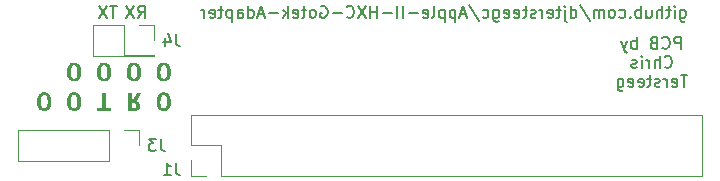
<source format=gbr>
%TF.GenerationSoftware,KiCad,Pcbnew,8.0.5*%
%TF.CreationDate,2024-12-02T19:35:40-06:00*%
%TF.ProjectId,Apple-II-HXC-Gotek-Adapter,4170706c-652d-4494-992d-4858432d476f,v1.0*%
%TF.SameCoordinates,Original*%
%TF.FileFunction,Legend,Bot*%
%TF.FilePolarity,Positive*%
%FSLAX46Y46*%
G04 Gerber Fmt 4.6, Leading zero omitted, Abs format (unit mm)*
G04 Created by KiCad (PCBNEW 8.0.5) date 2024-12-02 19:35:40*
%MOMM*%
%LPD*%
G01*
G04 APERTURE LIST*
%ADD10C,0.250000*%
%ADD11C,0.150000*%
%ADD12C,0.200000*%
%ADD13C,0.120000*%
G04 APERTURE END LIST*
D10*
G36*
X79032061Y-106003384D02*
G01*
X79120437Y-106012738D01*
X79201426Y-106032485D01*
X79275026Y-106062626D01*
X79341238Y-106103161D01*
X79400062Y-106154089D01*
X79451498Y-106215410D01*
X79460919Y-106228857D01*
X79503542Y-106300396D01*
X79538686Y-106379109D01*
X79566353Y-106464995D01*
X79583103Y-106538869D01*
X79595067Y-106617334D01*
X79602245Y-106700390D01*
X79604638Y-106788037D01*
X79604489Y-106810379D01*
X79600917Y-106896878D01*
X79592582Y-106978787D01*
X79579485Y-107056104D01*
X79561625Y-107128830D01*
X79532602Y-107213282D01*
X79496137Y-107290560D01*
X79452230Y-107360665D01*
X79422311Y-107398705D01*
X79366478Y-107453790D01*
X79303186Y-107498482D01*
X79232433Y-107532780D01*
X79154221Y-107556685D01*
X79068550Y-107570196D01*
X78994642Y-107573522D01*
X78957134Y-107572691D01*
X78868560Y-107563337D01*
X78787411Y-107543589D01*
X78713686Y-107513448D01*
X78647384Y-107472914D01*
X78588506Y-107421986D01*
X78537053Y-107360665D01*
X78527676Y-107347217D01*
X78485258Y-107275678D01*
X78450281Y-107196965D01*
X78422747Y-107111079D01*
X78406077Y-107037205D01*
X78394170Y-106958740D01*
X78387026Y-106875684D01*
X78384645Y-106788037D01*
X78384652Y-106786938D01*
X78715472Y-106786938D01*
X78715608Y-106815688D01*
X78717647Y-106896321D01*
X78723119Y-106979746D01*
X78733452Y-107061050D01*
X78750277Y-107134618D01*
X78764457Y-107175336D01*
X78798770Y-107244716D01*
X78848829Y-107305344D01*
X78856826Y-107312264D01*
X78921548Y-107349938D01*
X78994642Y-107362496D01*
X79005006Y-107362272D01*
X79077810Y-107346263D01*
X79141920Y-107304977D01*
X79172122Y-107272760D01*
X79213289Y-107205658D01*
X79240472Y-107134618D01*
X79250393Y-107096377D01*
X79262769Y-107022800D01*
X79270067Y-106945912D01*
X79273699Y-106870714D01*
X79274910Y-106786938D01*
X79274767Y-106758184D01*
X79272620Y-106677487D01*
X79266860Y-106593888D01*
X79255984Y-106512258D01*
X79238274Y-106438159D01*
X79223608Y-106397257D01*
X79188712Y-106328048D01*
X79138623Y-106268533D01*
X79134689Y-106265152D01*
X79071303Y-106227317D01*
X78994642Y-106213578D01*
X78989576Y-106213632D01*
X78913292Y-106229088D01*
X78849928Y-106268533D01*
X78819977Y-106299719D01*
X78778731Y-106366221D01*
X78751009Y-106437793D01*
X78740771Y-106476553D01*
X78728000Y-106550736D01*
X78720469Y-106627930D01*
X78716721Y-106703222D01*
X78715472Y-106786938D01*
X78384652Y-106786938D01*
X78384794Y-106765695D01*
X78388375Y-106679196D01*
X78396730Y-106597288D01*
X78409859Y-106519971D01*
X78427762Y-106447244D01*
X78456855Y-106362793D01*
X78493407Y-106285515D01*
X78537419Y-106215410D01*
X78567459Y-106177370D01*
X78623423Y-106122285D01*
X78686757Y-106077593D01*
X78757461Y-106043294D01*
X78835535Y-106019390D01*
X78920979Y-106005878D01*
X78994642Y-106002552D01*
X79032061Y-106003384D01*
G37*
G36*
X81561440Y-106003384D02*
G01*
X81649816Y-106012738D01*
X81730804Y-106032485D01*
X81804405Y-106062626D01*
X81870617Y-106103161D01*
X81929441Y-106154089D01*
X81980877Y-106215410D01*
X81990298Y-106228857D01*
X82032920Y-106300396D01*
X82068065Y-106379109D01*
X82095732Y-106464995D01*
X82112482Y-106538869D01*
X82124446Y-106617334D01*
X82131624Y-106700390D01*
X82134017Y-106788037D01*
X82133868Y-106810379D01*
X82130296Y-106896878D01*
X82121961Y-106978787D01*
X82108864Y-107056104D01*
X82091003Y-107128830D01*
X82061981Y-107213282D01*
X82025516Y-107290560D01*
X81981609Y-107360665D01*
X81951690Y-107398705D01*
X81895857Y-107453790D01*
X81832565Y-107498482D01*
X81761812Y-107532780D01*
X81683600Y-107556685D01*
X81597929Y-107570196D01*
X81524020Y-107573522D01*
X81486512Y-107572691D01*
X81397939Y-107563337D01*
X81316790Y-107543589D01*
X81243064Y-107513448D01*
X81176763Y-107472914D01*
X81117885Y-107421986D01*
X81066431Y-107360665D01*
X81057055Y-107347217D01*
X81014637Y-107275678D01*
X80979660Y-107196965D01*
X80952126Y-107111079D01*
X80935456Y-107037205D01*
X80923549Y-106958740D01*
X80916405Y-106875684D01*
X80914024Y-106788037D01*
X80914031Y-106786938D01*
X81244851Y-106786938D01*
X81244987Y-106815688D01*
X81247026Y-106896321D01*
X81252498Y-106979746D01*
X81262831Y-107061050D01*
X81279655Y-107134618D01*
X81293836Y-107175336D01*
X81328149Y-107244716D01*
X81378207Y-107305344D01*
X81386205Y-107312264D01*
X81450926Y-107349938D01*
X81524020Y-107362496D01*
X81534385Y-107362272D01*
X81607189Y-107346263D01*
X81671299Y-107304977D01*
X81701501Y-107272760D01*
X81742668Y-107205658D01*
X81769851Y-107134618D01*
X81779772Y-107096377D01*
X81792148Y-107022800D01*
X81799446Y-106945912D01*
X81803078Y-106870714D01*
X81804289Y-106786938D01*
X81804146Y-106758184D01*
X81801999Y-106677487D01*
X81796239Y-106593888D01*
X81785363Y-106512258D01*
X81767653Y-106438159D01*
X81752987Y-106397257D01*
X81718090Y-106328048D01*
X81668002Y-106268533D01*
X81664068Y-106265152D01*
X81600682Y-106227317D01*
X81524020Y-106213578D01*
X81518955Y-106213632D01*
X81442671Y-106229088D01*
X81379307Y-106268533D01*
X81349356Y-106299719D01*
X81308110Y-106366221D01*
X81280388Y-106437793D01*
X81270150Y-106476553D01*
X81257379Y-106550736D01*
X81249848Y-106627930D01*
X81246100Y-106703222D01*
X81244851Y-106786938D01*
X80914031Y-106786938D01*
X80914173Y-106765695D01*
X80917754Y-106679196D01*
X80926109Y-106597288D01*
X80939238Y-106519971D01*
X80957141Y-106447244D01*
X80986233Y-106362793D01*
X81022786Y-106285515D01*
X81066798Y-106215410D01*
X81096838Y-106177370D01*
X81152802Y-106122285D01*
X81216136Y-106077593D01*
X81286840Y-106043294D01*
X81364914Y-106019390D01*
X81450358Y-106005878D01*
X81524020Y-106002552D01*
X81561440Y-106003384D01*
G37*
G36*
X83900992Y-106026000D02*
G01*
X83900992Y-107339049D01*
X83443403Y-107339049D01*
X83443403Y-107550075D01*
X84663396Y-107550075D01*
X84663396Y-107339049D01*
X84206173Y-107339049D01*
X84206173Y-106026000D01*
X83900992Y-106026000D01*
G37*
G36*
X86393368Y-106635630D02*
G01*
X86506575Y-106635630D01*
X86853888Y-106026000D01*
X87205231Y-106026000D01*
X86814687Y-106712933D01*
X86858287Y-106738821D01*
X86921854Y-106785077D01*
X86974788Y-106837863D01*
X86988252Y-106854876D01*
X87029605Y-106918388D01*
X87061983Y-106988072D01*
X87069453Y-107009052D01*
X87087756Y-107084015D01*
X87093856Y-107161362D01*
X87087285Y-107241665D01*
X87067570Y-107314777D01*
X87034712Y-107380700D01*
X86988710Y-107439433D01*
X86960689Y-107465365D01*
X86894239Y-107506855D01*
X86824714Y-107531815D01*
X86744564Y-107546185D01*
X86667408Y-107550075D01*
X86088187Y-107550075D01*
X86088187Y-107339049D01*
X86393368Y-107339049D01*
X86491187Y-107339049D01*
X86536756Y-107338494D01*
X86611417Y-107334058D01*
X86687925Y-107316334D01*
X86705519Y-107305347D01*
X86752039Y-107246359D01*
X86763437Y-107215769D01*
X86773654Y-107142678D01*
X86773501Y-107132458D01*
X86762591Y-107058275D01*
X86734453Y-106988438D01*
X86729414Y-106979563D01*
X86682772Y-106922300D01*
X86620514Y-106881460D01*
X86596648Y-106871433D01*
X86524400Y-106852400D01*
X86450154Y-106846655D01*
X86393368Y-106846655D01*
X86393368Y-107339049D01*
X86088187Y-107339049D01*
X86088187Y-106026000D01*
X86393368Y-106026000D01*
X86393368Y-106635630D01*
G37*
G36*
X89149576Y-106003384D02*
G01*
X89237953Y-106012738D01*
X89318941Y-106032485D01*
X89392541Y-106062626D01*
X89458754Y-106103161D01*
X89517578Y-106154089D01*
X89569013Y-106215410D01*
X89578435Y-106228857D01*
X89621057Y-106300396D01*
X89656202Y-106379109D01*
X89683869Y-106464995D01*
X89700618Y-106538869D01*
X89712582Y-106617334D01*
X89719761Y-106700390D01*
X89722154Y-106788037D01*
X89722005Y-106810379D01*
X89718433Y-106896878D01*
X89710098Y-106978787D01*
X89697001Y-107056104D01*
X89679140Y-107128830D01*
X89650117Y-107213282D01*
X89613653Y-107290560D01*
X89569746Y-107360665D01*
X89539827Y-107398705D01*
X89483994Y-107453790D01*
X89420701Y-107498482D01*
X89349949Y-107532780D01*
X89271737Y-107556685D01*
X89186065Y-107570196D01*
X89112157Y-107573522D01*
X89074649Y-107572691D01*
X88986076Y-107563337D01*
X88904927Y-107543589D01*
X88831201Y-107513448D01*
X88764900Y-107472914D01*
X88706022Y-107421986D01*
X88654568Y-107360665D01*
X88645192Y-107347217D01*
X88602773Y-107275678D01*
X88567797Y-107196965D01*
X88540263Y-107111079D01*
X88523593Y-107037205D01*
X88511686Y-106958740D01*
X88504542Y-106875684D01*
X88502161Y-106788037D01*
X88502168Y-106786938D01*
X88832988Y-106786938D01*
X88833124Y-106815688D01*
X88835163Y-106896321D01*
X88840635Y-106979746D01*
X88850968Y-107061050D01*
X88867792Y-107134618D01*
X88881973Y-107175336D01*
X88916285Y-107244716D01*
X88966344Y-107305344D01*
X88974341Y-107312264D01*
X89039063Y-107349938D01*
X89112157Y-107362496D01*
X89122521Y-107362272D01*
X89195325Y-107346263D01*
X89259436Y-107304977D01*
X89289638Y-107272760D01*
X89330805Y-107205658D01*
X89357988Y-107134618D01*
X89367909Y-107096377D01*
X89380285Y-107022800D01*
X89387583Y-106945912D01*
X89391215Y-106870714D01*
X89392426Y-106786938D01*
X89392283Y-106758184D01*
X89390136Y-106677487D01*
X89384376Y-106593888D01*
X89373499Y-106512258D01*
X89355789Y-106438159D01*
X89341123Y-106397257D01*
X89306227Y-106328048D01*
X89256138Y-106268533D01*
X89252205Y-106265152D01*
X89188819Y-106227317D01*
X89112157Y-106213578D01*
X89107091Y-106213632D01*
X89030808Y-106229088D01*
X88967443Y-106268533D01*
X88937493Y-106299719D01*
X88896247Y-106366221D01*
X88868525Y-106437793D01*
X88858287Y-106476553D01*
X88845516Y-106550736D01*
X88837985Y-106627930D01*
X88834237Y-106703222D01*
X88832988Y-106786938D01*
X88502168Y-106786938D01*
X88502310Y-106765695D01*
X88505891Y-106679196D01*
X88514245Y-106597288D01*
X88527374Y-106519971D01*
X88545278Y-106447244D01*
X88574370Y-106362793D01*
X88610923Y-106285515D01*
X88654935Y-106215410D01*
X88684975Y-106177370D01*
X88740939Y-106122285D01*
X88804272Y-106077593D01*
X88874976Y-106043294D01*
X88953051Y-106019390D01*
X89038495Y-106005878D01*
X89112157Y-106002552D01*
X89149576Y-106003384D01*
G37*
G36*
X81561440Y-103483384D02*
G01*
X81649816Y-103492738D01*
X81730804Y-103512485D01*
X81804405Y-103542626D01*
X81870617Y-103583161D01*
X81929441Y-103634089D01*
X81980877Y-103695410D01*
X81990298Y-103708857D01*
X82032920Y-103780396D01*
X82068065Y-103859109D01*
X82095732Y-103944995D01*
X82112482Y-104018869D01*
X82124446Y-104097334D01*
X82131624Y-104180390D01*
X82134017Y-104268037D01*
X82133868Y-104290379D01*
X82130296Y-104376878D01*
X82121961Y-104458787D01*
X82108864Y-104536104D01*
X82091003Y-104608830D01*
X82061981Y-104693282D01*
X82025516Y-104770560D01*
X81981609Y-104840665D01*
X81951690Y-104878705D01*
X81895857Y-104933790D01*
X81832565Y-104978482D01*
X81761812Y-105012780D01*
X81683600Y-105036685D01*
X81597929Y-105050196D01*
X81524020Y-105053522D01*
X81486512Y-105052691D01*
X81397939Y-105043337D01*
X81316790Y-105023589D01*
X81243064Y-104993448D01*
X81176763Y-104952914D01*
X81117885Y-104901986D01*
X81066431Y-104840665D01*
X81057055Y-104827217D01*
X81014637Y-104755678D01*
X80979660Y-104676965D01*
X80952126Y-104591079D01*
X80935456Y-104517205D01*
X80923549Y-104438740D01*
X80916405Y-104355684D01*
X80914024Y-104268037D01*
X80914031Y-104266938D01*
X81244851Y-104266938D01*
X81244987Y-104295688D01*
X81247026Y-104376321D01*
X81252498Y-104459746D01*
X81262831Y-104541050D01*
X81279655Y-104614618D01*
X81293836Y-104655336D01*
X81328149Y-104724716D01*
X81378207Y-104785344D01*
X81386205Y-104792264D01*
X81450926Y-104829938D01*
X81524020Y-104842496D01*
X81534385Y-104842272D01*
X81607189Y-104826263D01*
X81671299Y-104784977D01*
X81701501Y-104752760D01*
X81742668Y-104685658D01*
X81769851Y-104614618D01*
X81779772Y-104576377D01*
X81792148Y-104502800D01*
X81799446Y-104425912D01*
X81803078Y-104350714D01*
X81804289Y-104266938D01*
X81804146Y-104238184D01*
X81801999Y-104157487D01*
X81796239Y-104073888D01*
X81785363Y-103992258D01*
X81767653Y-103918159D01*
X81752987Y-103877257D01*
X81718090Y-103808048D01*
X81668002Y-103748533D01*
X81664068Y-103745152D01*
X81600682Y-103707317D01*
X81524020Y-103693578D01*
X81518955Y-103693632D01*
X81442671Y-103709088D01*
X81379307Y-103748533D01*
X81349356Y-103779719D01*
X81308110Y-103846221D01*
X81280388Y-103917793D01*
X81270150Y-103956553D01*
X81257379Y-104030736D01*
X81249848Y-104107930D01*
X81246100Y-104183222D01*
X81244851Y-104266938D01*
X80914031Y-104266938D01*
X80914173Y-104245695D01*
X80917754Y-104159196D01*
X80926109Y-104077288D01*
X80939238Y-103999971D01*
X80957141Y-103927244D01*
X80986233Y-103842793D01*
X81022786Y-103765515D01*
X81066798Y-103695410D01*
X81096838Y-103657370D01*
X81152802Y-103602285D01*
X81216136Y-103557593D01*
X81286840Y-103523294D01*
X81364914Y-103499390D01*
X81450358Y-103485878D01*
X81524020Y-103482552D01*
X81561440Y-103483384D01*
G37*
G36*
X84090819Y-103483384D02*
G01*
X84179195Y-103492738D01*
X84260183Y-103512485D01*
X84333784Y-103542626D01*
X84399996Y-103583161D01*
X84458820Y-103634089D01*
X84510256Y-103695410D01*
X84519677Y-103708857D01*
X84562299Y-103780396D01*
X84597444Y-103859109D01*
X84625111Y-103944995D01*
X84641861Y-104018869D01*
X84653825Y-104097334D01*
X84661003Y-104180390D01*
X84663396Y-104268037D01*
X84663247Y-104290379D01*
X84659675Y-104376878D01*
X84651340Y-104458787D01*
X84638243Y-104536104D01*
X84620382Y-104608830D01*
X84591359Y-104693282D01*
X84554895Y-104770560D01*
X84510988Y-104840665D01*
X84481069Y-104878705D01*
X84425236Y-104933790D01*
X84361944Y-104978482D01*
X84291191Y-105012780D01*
X84212979Y-105036685D01*
X84127308Y-105050196D01*
X84053399Y-105053522D01*
X84015891Y-105052691D01*
X83927318Y-105043337D01*
X83846169Y-105023589D01*
X83772443Y-104993448D01*
X83706142Y-104952914D01*
X83647264Y-104901986D01*
X83595810Y-104840665D01*
X83586434Y-104827217D01*
X83544016Y-104755678D01*
X83509039Y-104676965D01*
X83481505Y-104591079D01*
X83464835Y-104517205D01*
X83452928Y-104438740D01*
X83445784Y-104355684D01*
X83443403Y-104268037D01*
X83443410Y-104266938D01*
X83774230Y-104266938D01*
X83774366Y-104295688D01*
X83776405Y-104376321D01*
X83781877Y-104459746D01*
X83792210Y-104541050D01*
X83809034Y-104614618D01*
X83823215Y-104655336D01*
X83857528Y-104724716D01*
X83907586Y-104785344D01*
X83915583Y-104792264D01*
X83980305Y-104829938D01*
X84053399Y-104842496D01*
X84063763Y-104842272D01*
X84136568Y-104826263D01*
X84200678Y-104784977D01*
X84230880Y-104752760D01*
X84272047Y-104685658D01*
X84299230Y-104614618D01*
X84309151Y-104576377D01*
X84321527Y-104502800D01*
X84328825Y-104425912D01*
X84332457Y-104350714D01*
X84333668Y-104266938D01*
X84333525Y-104238184D01*
X84331378Y-104157487D01*
X84325618Y-104073888D01*
X84314742Y-103992258D01*
X84297032Y-103918159D01*
X84282366Y-103877257D01*
X84247469Y-103808048D01*
X84197381Y-103748533D01*
X84193447Y-103745152D01*
X84130061Y-103707317D01*
X84053399Y-103693578D01*
X84048334Y-103693632D01*
X83972050Y-103709088D01*
X83908685Y-103748533D01*
X83878735Y-103779719D01*
X83837489Y-103846221D01*
X83809767Y-103917793D01*
X83799529Y-103956553D01*
X83786758Y-104030736D01*
X83779227Y-104107930D01*
X83775479Y-104183222D01*
X83774230Y-104266938D01*
X83443410Y-104266938D01*
X83443552Y-104245695D01*
X83447133Y-104159196D01*
X83455488Y-104077288D01*
X83468617Y-103999971D01*
X83486520Y-103927244D01*
X83515612Y-103842793D01*
X83552165Y-103765515D01*
X83596177Y-103695410D01*
X83626217Y-103657370D01*
X83682181Y-103602285D01*
X83745515Y-103557593D01*
X83816219Y-103523294D01*
X83894293Y-103499390D01*
X83979737Y-103485878D01*
X84053399Y-103482552D01*
X84090819Y-103483384D01*
G37*
G36*
X86620198Y-103483384D02*
G01*
X86708574Y-103492738D01*
X86789562Y-103512485D01*
X86863163Y-103542626D01*
X86929375Y-103583161D01*
X86988199Y-103634089D01*
X87039635Y-103695410D01*
X87049056Y-103708857D01*
X87091678Y-103780396D01*
X87126823Y-103859109D01*
X87154490Y-103944995D01*
X87171239Y-104018869D01*
X87183204Y-104097334D01*
X87190382Y-104180390D01*
X87192775Y-104268037D01*
X87192626Y-104290379D01*
X87189054Y-104376878D01*
X87180719Y-104458787D01*
X87167622Y-104536104D01*
X87149761Y-104608830D01*
X87120738Y-104693282D01*
X87084274Y-104770560D01*
X87040367Y-104840665D01*
X87010448Y-104878705D01*
X86954615Y-104933790D01*
X86891322Y-104978482D01*
X86820570Y-105012780D01*
X86742358Y-105036685D01*
X86656687Y-105050196D01*
X86582778Y-105053522D01*
X86545270Y-105052691D01*
X86456697Y-105043337D01*
X86375548Y-105023589D01*
X86301822Y-104993448D01*
X86235521Y-104952914D01*
X86176643Y-104901986D01*
X86125189Y-104840665D01*
X86115813Y-104827217D01*
X86073395Y-104755678D01*
X86038418Y-104676965D01*
X86010884Y-104591079D01*
X85994214Y-104517205D01*
X85982307Y-104438740D01*
X85975163Y-104355684D01*
X85972782Y-104268037D01*
X85972789Y-104266938D01*
X86303609Y-104266938D01*
X86303745Y-104295688D01*
X86305784Y-104376321D01*
X86311256Y-104459746D01*
X86321589Y-104541050D01*
X86338413Y-104614618D01*
X86352594Y-104655336D01*
X86386906Y-104724716D01*
X86436965Y-104785344D01*
X86444962Y-104792264D01*
X86509684Y-104829938D01*
X86582778Y-104842496D01*
X86593142Y-104842272D01*
X86665947Y-104826263D01*
X86730057Y-104784977D01*
X86760259Y-104752760D01*
X86801426Y-104685658D01*
X86828609Y-104614618D01*
X86838530Y-104576377D01*
X86850906Y-104502800D01*
X86858204Y-104425912D01*
X86861836Y-104350714D01*
X86863047Y-104266938D01*
X86862904Y-104238184D01*
X86860757Y-104157487D01*
X86854997Y-104073888D01*
X86844121Y-103992258D01*
X86826411Y-103918159D01*
X86811745Y-103877257D01*
X86776848Y-103808048D01*
X86726759Y-103748533D01*
X86722826Y-103745152D01*
X86659440Y-103707317D01*
X86582778Y-103693578D01*
X86577713Y-103693632D01*
X86501429Y-103709088D01*
X86438064Y-103748533D01*
X86408114Y-103779719D01*
X86366868Y-103846221D01*
X86339146Y-103917793D01*
X86328908Y-103956553D01*
X86316137Y-104030736D01*
X86308606Y-104107930D01*
X86304858Y-104183222D01*
X86303609Y-104266938D01*
X85972789Y-104266938D01*
X85972931Y-104245695D01*
X85976512Y-104159196D01*
X85984866Y-104077288D01*
X85997995Y-103999971D01*
X86015899Y-103927244D01*
X86044991Y-103842793D01*
X86081544Y-103765515D01*
X86125556Y-103695410D01*
X86155596Y-103657370D01*
X86211560Y-103602285D01*
X86274893Y-103557593D01*
X86345597Y-103523294D01*
X86423672Y-103499390D01*
X86509116Y-103485878D01*
X86582778Y-103482552D01*
X86620198Y-103483384D01*
G37*
G36*
X89149576Y-103483384D02*
G01*
X89237953Y-103492738D01*
X89318941Y-103512485D01*
X89392541Y-103542626D01*
X89458754Y-103583161D01*
X89517578Y-103634089D01*
X89569013Y-103695410D01*
X89578435Y-103708857D01*
X89621057Y-103780396D01*
X89656202Y-103859109D01*
X89683869Y-103944995D01*
X89700618Y-104018869D01*
X89712582Y-104097334D01*
X89719761Y-104180390D01*
X89722154Y-104268037D01*
X89722005Y-104290379D01*
X89718433Y-104376878D01*
X89710098Y-104458787D01*
X89697001Y-104536104D01*
X89679140Y-104608830D01*
X89650117Y-104693282D01*
X89613653Y-104770560D01*
X89569746Y-104840665D01*
X89539827Y-104878705D01*
X89483994Y-104933790D01*
X89420701Y-104978482D01*
X89349949Y-105012780D01*
X89271737Y-105036685D01*
X89186065Y-105050196D01*
X89112157Y-105053522D01*
X89074649Y-105052691D01*
X88986076Y-105043337D01*
X88904927Y-105023589D01*
X88831201Y-104993448D01*
X88764900Y-104952914D01*
X88706022Y-104901986D01*
X88654568Y-104840665D01*
X88645192Y-104827217D01*
X88602773Y-104755678D01*
X88567797Y-104676965D01*
X88540263Y-104591079D01*
X88523593Y-104517205D01*
X88511686Y-104438740D01*
X88504542Y-104355684D01*
X88502161Y-104268037D01*
X88502168Y-104266938D01*
X88832988Y-104266938D01*
X88833124Y-104295688D01*
X88835163Y-104376321D01*
X88840635Y-104459746D01*
X88850968Y-104541050D01*
X88867792Y-104614618D01*
X88881973Y-104655336D01*
X88916285Y-104724716D01*
X88966344Y-104785344D01*
X88974341Y-104792264D01*
X89039063Y-104829938D01*
X89112157Y-104842496D01*
X89122521Y-104842272D01*
X89195325Y-104826263D01*
X89259436Y-104784977D01*
X89289638Y-104752760D01*
X89330805Y-104685658D01*
X89357988Y-104614618D01*
X89367909Y-104576377D01*
X89380285Y-104502800D01*
X89387583Y-104425912D01*
X89391215Y-104350714D01*
X89392426Y-104266938D01*
X89392283Y-104238184D01*
X89390136Y-104157487D01*
X89384376Y-104073888D01*
X89373499Y-103992258D01*
X89355789Y-103918159D01*
X89341123Y-103877257D01*
X89306227Y-103808048D01*
X89256138Y-103748533D01*
X89252205Y-103745152D01*
X89188819Y-103707317D01*
X89112157Y-103693578D01*
X89107091Y-103693632D01*
X89030808Y-103709088D01*
X88967443Y-103748533D01*
X88937493Y-103779719D01*
X88896247Y-103846221D01*
X88868525Y-103917793D01*
X88858287Y-103956553D01*
X88845516Y-104030736D01*
X88837985Y-104107930D01*
X88834237Y-104183222D01*
X88832988Y-104266938D01*
X88502168Y-104266938D01*
X88502310Y-104245695D01*
X88505891Y-104159196D01*
X88514245Y-104077288D01*
X88527374Y-103999971D01*
X88545278Y-103927244D01*
X88574370Y-103842793D01*
X88610923Y-103765515D01*
X88654935Y-103695410D01*
X88684975Y-103657370D01*
X88740939Y-103602285D01*
X88804272Y-103557593D01*
X88874976Y-103523294D01*
X88953051Y-103499390D01*
X89038495Y-103485878D01*
X89112157Y-103482552D01*
X89149576Y-103483384D01*
G37*
D11*
X132905190Y-102313931D02*
X132905190Y-101313931D01*
X132905190Y-101313931D02*
X132524238Y-101313931D01*
X132524238Y-101313931D02*
X132429000Y-101361550D01*
X132429000Y-101361550D02*
X132381381Y-101409169D01*
X132381381Y-101409169D02*
X132333762Y-101504407D01*
X132333762Y-101504407D02*
X132333762Y-101647264D01*
X132333762Y-101647264D02*
X132381381Y-101742502D01*
X132381381Y-101742502D02*
X132429000Y-101790121D01*
X132429000Y-101790121D02*
X132524238Y-101837740D01*
X132524238Y-101837740D02*
X132905190Y-101837740D01*
X131333762Y-102218692D02*
X131381381Y-102266312D01*
X131381381Y-102266312D02*
X131524238Y-102313931D01*
X131524238Y-102313931D02*
X131619476Y-102313931D01*
X131619476Y-102313931D02*
X131762333Y-102266312D01*
X131762333Y-102266312D02*
X131857571Y-102171073D01*
X131857571Y-102171073D02*
X131905190Y-102075835D01*
X131905190Y-102075835D02*
X131952809Y-101885359D01*
X131952809Y-101885359D02*
X131952809Y-101742502D01*
X131952809Y-101742502D02*
X131905190Y-101552026D01*
X131905190Y-101552026D02*
X131857571Y-101456788D01*
X131857571Y-101456788D02*
X131762333Y-101361550D01*
X131762333Y-101361550D02*
X131619476Y-101313931D01*
X131619476Y-101313931D02*
X131524238Y-101313931D01*
X131524238Y-101313931D02*
X131381381Y-101361550D01*
X131381381Y-101361550D02*
X131333762Y-101409169D01*
X130571857Y-101790121D02*
X130429000Y-101837740D01*
X130429000Y-101837740D02*
X130381381Y-101885359D01*
X130381381Y-101885359D02*
X130333762Y-101980597D01*
X130333762Y-101980597D02*
X130333762Y-102123454D01*
X130333762Y-102123454D02*
X130381381Y-102218692D01*
X130381381Y-102218692D02*
X130429000Y-102266312D01*
X130429000Y-102266312D02*
X130524238Y-102313931D01*
X130524238Y-102313931D02*
X130905190Y-102313931D01*
X130905190Y-102313931D02*
X130905190Y-101313931D01*
X130905190Y-101313931D02*
X130571857Y-101313931D01*
X130571857Y-101313931D02*
X130476619Y-101361550D01*
X130476619Y-101361550D02*
X130429000Y-101409169D01*
X130429000Y-101409169D02*
X130381381Y-101504407D01*
X130381381Y-101504407D02*
X130381381Y-101599645D01*
X130381381Y-101599645D02*
X130429000Y-101694883D01*
X130429000Y-101694883D02*
X130476619Y-101742502D01*
X130476619Y-101742502D02*
X130571857Y-101790121D01*
X130571857Y-101790121D02*
X130905190Y-101790121D01*
X129143285Y-102313931D02*
X129143285Y-101313931D01*
X129143285Y-101694883D02*
X129048047Y-101647264D01*
X129048047Y-101647264D02*
X128857571Y-101647264D01*
X128857571Y-101647264D02*
X128762333Y-101694883D01*
X128762333Y-101694883D02*
X128714714Y-101742502D01*
X128714714Y-101742502D02*
X128667095Y-101837740D01*
X128667095Y-101837740D02*
X128667095Y-102123454D01*
X128667095Y-102123454D02*
X128714714Y-102218692D01*
X128714714Y-102218692D02*
X128762333Y-102266312D01*
X128762333Y-102266312D02*
X128857571Y-102313931D01*
X128857571Y-102313931D02*
X129048047Y-102313931D01*
X129048047Y-102313931D02*
X129143285Y-102266312D01*
X128333761Y-101647264D02*
X128095666Y-102313931D01*
X127857571Y-101647264D02*
X128095666Y-102313931D01*
X128095666Y-102313931D02*
X128190904Y-102552026D01*
X128190904Y-102552026D02*
X128238523Y-102599645D01*
X128238523Y-102599645D02*
X128333761Y-102647264D01*
X131524238Y-103828636D02*
X131571857Y-103876256D01*
X131571857Y-103876256D02*
X131714714Y-103923875D01*
X131714714Y-103923875D02*
X131809952Y-103923875D01*
X131809952Y-103923875D02*
X131952809Y-103876256D01*
X131952809Y-103876256D02*
X132048047Y-103781017D01*
X132048047Y-103781017D02*
X132095666Y-103685779D01*
X132095666Y-103685779D02*
X132143285Y-103495303D01*
X132143285Y-103495303D02*
X132143285Y-103352446D01*
X132143285Y-103352446D02*
X132095666Y-103161970D01*
X132095666Y-103161970D02*
X132048047Y-103066732D01*
X132048047Y-103066732D02*
X131952809Y-102971494D01*
X131952809Y-102971494D02*
X131809952Y-102923875D01*
X131809952Y-102923875D02*
X131714714Y-102923875D01*
X131714714Y-102923875D02*
X131571857Y-102971494D01*
X131571857Y-102971494D02*
X131524238Y-103019113D01*
X131095666Y-103923875D02*
X131095666Y-102923875D01*
X130667095Y-103923875D02*
X130667095Y-103400065D01*
X130667095Y-103400065D02*
X130714714Y-103304827D01*
X130714714Y-103304827D02*
X130809952Y-103257208D01*
X130809952Y-103257208D02*
X130952809Y-103257208D01*
X130952809Y-103257208D02*
X131048047Y-103304827D01*
X131048047Y-103304827D02*
X131095666Y-103352446D01*
X130190904Y-103923875D02*
X130190904Y-103257208D01*
X130190904Y-103447684D02*
X130143285Y-103352446D01*
X130143285Y-103352446D02*
X130095666Y-103304827D01*
X130095666Y-103304827D02*
X130000428Y-103257208D01*
X130000428Y-103257208D02*
X129905190Y-103257208D01*
X129571856Y-103923875D02*
X129571856Y-103257208D01*
X129571856Y-102923875D02*
X129619475Y-102971494D01*
X129619475Y-102971494D02*
X129571856Y-103019113D01*
X129571856Y-103019113D02*
X129524237Y-102971494D01*
X129524237Y-102971494D02*
X129571856Y-102923875D01*
X129571856Y-102923875D02*
X129571856Y-103019113D01*
X129143285Y-103876256D02*
X129048047Y-103923875D01*
X129048047Y-103923875D02*
X128857571Y-103923875D01*
X128857571Y-103923875D02*
X128762333Y-103876256D01*
X128762333Y-103876256D02*
X128714714Y-103781017D01*
X128714714Y-103781017D02*
X128714714Y-103733398D01*
X128714714Y-103733398D02*
X128762333Y-103638160D01*
X128762333Y-103638160D02*
X128857571Y-103590541D01*
X128857571Y-103590541D02*
X129000428Y-103590541D01*
X129000428Y-103590541D02*
X129095666Y-103542922D01*
X129095666Y-103542922D02*
X129143285Y-103447684D01*
X129143285Y-103447684D02*
X129143285Y-103400065D01*
X129143285Y-103400065D02*
X129095666Y-103304827D01*
X129095666Y-103304827D02*
X129000428Y-103257208D01*
X129000428Y-103257208D02*
X128857571Y-103257208D01*
X128857571Y-103257208D02*
X128762333Y-103304827D01*
X133452809Y-104533819D02*
X132881381Y-104533819D01*
X133167095Y-105533819D02*
X133167095Y-104533819D01*
X132167095Y-105486200D02*
X132262333Y-105533819D01*
X132262333Y-105533819D02*
X132452809Y-105533819D01*
X132452809Y-105533819D02*
X132548047Y-105486200D01*
X132548047Y-105486200D02*
X132595666Y-105390961D01*
X132595666Y-105390961D02*
X132595666Y-105010009D01*
X132595666Y-105010009D02*
X132548047Y-104914771D01*
X132548047Y-104914771D02*
X132452809Y-104867152D01*
X132452809Y-104867152D02*
X132262333Y-104867152D01*
X132262333Y-104867152D02*
X132167095Y-104914771D01*
X132167095Y-104914771D02*
X132119476Y-105010009D01*
X132119476Y-105010009D02*
X132119476Y-105105247D01*
X132119476Y-105105247D02*
X132595666Y-105200485D01*
X131690904Y-105533819D02*
X131690904Y-104867152D01*
X131690904Y-105057628D02*
X131643285Y-104962390D01*
X131643285Y-104962390D02*
X131595666Y-104914771D01*
X131595666Y-104914771D02*
X131500428Y-104867152D01*
X131500428Y-104867152D02*
X131405190Y-104867152D01*
X131119475Y-105486200D02*
X131024237Y-105533819D01*
X131024237Y-105533819D02*
X130833761Y-105533819D01*
X130833761Y-105533819D02*
X130738523Y-105486200D01*
X130738523Y-105486200D02*
X130690904Y-105390961D01*
X130690904Y-105390961D02*
X130690904Y-105343342D01*
X130690904Y-105343342D02*
X130738523Y-105248104D01*
X130738523Y-105248104D02*
X130833761Y-105200485D01*
X130833761Y-105200485D02*
X130976618Y-105200485D01*
X130976618Y-105200485D02*
X131071856Y-105152866D01*
X131071856Y-105152866D02*
X131119475Y-105057628D01*
X131119475Y-105057628D02*
X131119475Y-105010009D01*
X131119475Y-105010009D02*
X131071856Y-104914771D01*
X131071856Y-104914771D02*
X130976618Y-104867152D01*
X130976618Y-104867152D02*
X130833761Y-104867152D01*
X130833761Y-104867152D02*
X130738523Y-104914771D01*
X130405189Y-104867152D02*
X130024237Y-104867152D01*
X130262332Y-104533819D02*
X130262332Y-105390961D01*
X130262332Y-105390961D02*
X130214713Y-105486200D01*
X130214713Y-105486200D02*
X130119475Y-105533819D01*
X130119475Y-105533819D02*
X130024237Y-105533819D01*
X129309951Y-105486200D02*
X129405189Y-105533819D01*
X129405189Y-105533819D02*
X129595665Y-105533819D01*
X129595665Y-105533819D02*
X129690903Y-105486200D01*
X129690903Y-105486200D02*
X129738522Y-105390961D01*
X129738522Y-105390961D02*
X129738522Y-105010009D01*
X129738522Y-105010009D02*
X129690903Y-104914771D01*
X129690903Y-104914771D02*
X129595665Y-104867152D01*
X129595665Y-104867152D02*
X129405189Y-104867152D01*
X129405189Y-104867152D02*
X129309951Y-104914771D01*
X129309951Y-104914771D02*
X129262332Y-105010009D01*
X129262332Y-105010009D02*
X129262332Y-105105247D01*
X129262332Y-105105247D02*
X129738522Y-105200485D01*
X128452808Y-105486200D02*
X128548046Y-105533819D01*
X128548046Y-105533819D02*
X128738522Y-105533819D01*
X128738522Y-105533819D02*
X128833760Y-105486200D01*
X128833760Y-105486200D02*
X128881379Y-105390961D01*
X128881379Y-105390961D02*
X128881379Y-105010009D01*
X128881379Y-105010009D02*
X128833760Y-104914771D01*
X128833760Y-104914771D02*
X128738522Y-104867152D01*
X128738522Y-104867152D02*
X128548046Y-104867152D01*
X128548046Y-104867152D02*
X128452808Y-104914771D01*
X128452808Y-104914771D02*
X128405189Y-105010009D01*
X128405189Y-105010009D02*
X128405189Y-105105247D01*
X128405189Y-105105247D02*
X128881379Y-105200485D01*
X127548046Y-104867152D02*
X127548046Y-105676676D01*
X127548046Y-105676676D02*
X127595665Y-105771914D01*
X127595665Y-105771914D02*
X127643284Y-105819533D01*
X127643284Y-105819533D02*
X127738522Y-105867152D01*
X127738522Y-105867152D02*
X127881379Y-105867152D01*
X127881379Y-105867152D02*
X127976617Y-105819533D01*
X127548046Y-105486200D02*
X127643284Y-105533819D01*
X127643284Y-105533819D02*
X127833760Y-105533819D01*
X127833760Y-105533819D02*
X127928998Y-105486200D01*
X127928998Y-105486200D02*
X127976617Y-105438580D01*
X127976617Y-105438580D02*
X128024236Y-105343342D01*
X128024236Y-105343342D02*
X128024236Y-105057628D01*
X128024236Y-105057628D02*
X127976617Y-104962390D01*
X127976617Y-104962390D02*
X127928998Y-104914771D01*
X127928998Y-104914771D02*
X127833760Y-104867152D01*
X127833760Y-104867152D02*
X127643284Y-104867152D01*
X127643284Y-104867152D02*
X127548046Y-104914771D01*
X132838649Y-99025152D02*
X132838649Y-99834676D01*
X132838649Y-99834676D02*
X132886268Y-99929914D01*
X132886268Y-99929914D02*
X132933887Y-99977533D01*
X132933887Y-99977533D02*
X133029125Y-100025152D01*
X133029125Y-100025152D02*
X133171982Y-100025152D01*
X133171982Y-100025152D02*
X133267220Y-99977533D01*
X132838649Y-99644200D02*
X132933887Y-99691819D01*
X132933887Y-99691819D02*
X133124363Y-99691819D01*
X133124363Y-99691819D02*
X133219601Y-99644200D01*
X133219601Y-99644200D02*
X133267220Y-99596580D01*
X133267220Y-99596580D02*
X133314839Y-99501342D01*
X133314839Y-99501342D02*
X133314839Y-99215628D01*
X133314839Y-99215628D02*
X133267220Y-99120390D01*
X133267220Y-99120390D02*
X133219601Y-99072771D01*
X133219601Y-99072771D02*
X133124363Y-99025152D01*
X133124363Y-99025152D02*
X132933887Y-99025152D01*
X132933887Y-99025152D02*
X132838649Y-99072771D01*
X132362458Y-99691819D02*
X132362458Y-99025152D01*
X132362458Y-98691819D02*
X132410077Y-98739438D01*
X132410077Y-98739438D02*
X132362458Y-98787057D01*
X132362458Y-98787057D02*
X132314839Y-98739438D01*
X132314839Y-98739438D02*
X132362458Y-98691819D01*
X132362458Y-98691819D02*
X132362458Y-98787057D01*
X132029125Y-99025152D02*
X131648173Y-99025152D01*
X131886268Y-98691819D02*
X131886268Y-99548961D01*
X131886268Y-99548961D02*
X131838649Y-99644200D01*
X131838649Y-99644200D02*
X131743411Y-99691819D01*
X131743411Y-99691819D02*
X131648173Y-99691819D01*
X131314839Y-99691819D02*
X131314839Y-98691819D01*
X130886268Y-99691819D02*
X130886268Y-99168009D01*
X130886268Y-99168009D02*
X130933887Y-99072771D01*
X130933887Y-99072771D02*
X131029125Y-99025152D01*
X131029125Y-99025152D02*
X131171982Y-99025152D01*
X131171982Y-99025152D02*
X131267220Y-99072771D01*
X131267220Y-99072771D02*
X131314839Y-99120390D01*
X129981506Y-99025152D02*
X129981506Y-99691819D01*
X130410077Y-99025152D02*
X130410077Y-99548961D01*
X130410077Y-99548961D02*
X130362458Y-99644200D01*
X130362458Y-99644200D02*
X130267220Y-99691819D01*
X130267220Y-99691819D02*
X130124363Y-99691819D01*
X130124363Y-99691819D02*
X130029125Y-99644200D01*
X130029125Y-99644200D02*
X129981506Y-99596580D01*
X129505315Y-99691819D02*
X129505315Y-98691819D01*
X129505315Y-99072771D02*
X129410077Y-99025152D01*
X129410077Y-99025152D02*
X129219601Y-99025152D01*
X129219601Y-99025152D02*
X129124363Y-99072771D01*
X129124363Y-99072771D02*
X129076744Y-99120390D01*
X129076744Y-99120390D02*
X129029125Y-99215628D01*
X129029125Y-99215628D02*
X129029125Y-99501342D01*
X129029125Y-99501342D02*
X129076744Y-99596580D01*
X129076744Y-99596580D02*
X129124363Y-99644200D01*
X129124363Y-99644200D02*
X129219601Y-99691819D01*
X129219601Y-99691819D02*
X129410077Y-99691819D01*
X129410077Y-99691819D02*
X129505315Y-99644200D01*
X128600553Y-99596580D02*
X128552934Y-99644200D01*
X128552934Y-99644200D02*
X128600553Y-99691819D01*
X128600553Y-99691819D02*
X128648172Y-99644200D01*
X128648172Y-99644200D02*
X128600553Y-99596580D01*
X128600553Y-99596580D02*
X128600553Y-99691819D01*
X127695792Y-99644200D02*
X127791030Y-99691819D01*
X127791030Y-99691819D02*
X127981506Y-99691819D01*
X127981506Y-99691819D02*
X128076744Y-99644200D01*
X128076744Y-99644200D02*
X128124363Y-99596580D01*
X128124363Y-99596580D02*
X128171982Y-99501342D01*
X128171982Y-99501342D02*
X128171982Y-99215628D01*
X128171982Y-99215628D02*
X128124363Y-99120390D01*
X128124363Y-99120390D02*
X128076744Y-99072771D01*
X128076744Y-99072771D02*
X127981506Y-99025152D01*
X127981506Y-99025152D02*
X127791030Y-99025152D01*
X127791030Y-99025152D02*
X127695792Y-99072771D01*
X127124363Y-99691819D02*
X127219601Y-99644200D01*
X127219601Y-99644200D02*
X127267220Y-99596580D01*
X127267220Y-99596580D02*
X127314839Y-99501342D01*
X127314839Y-99501342D02*
X127314839Y-99215628D01*
X127314839Y-99215628D02*
X127267220Y-99120390D01*
X127267220Y-99120390D02*
X127219601Y-99072771D01*
X127219601Y-99072771D02*
X127124363Y-99025152D01*
X127124363Y-99025152D02*
X126981506Y-99025152D01*
X126981506Y-99025152D02*
X126886268Y-99072771D01*
X126886268Y-99072771D02*
X126838649Y-99120390D01*
X126838649Y-99120390D02*
X126791030Y-99215628D01*
X126791030Y-99215628D02*
X126791030Y-99501342D01*
X126791030Y-99501342D02*
X126838649Y-99596580D01*
X126838649Y-99596580D02*
X126886268Y-99644200D01*
X126886268Y-99644200D02*
X126981506Y-99691819D01*
X126981506Y-99691819D02*
X127124363Y-99691819D01*
X126362458Y-99691819D02*
X126362458Y-99025152D01*
X126362458Y-99120390D02*
X126314839Y-99072771D01*
X126314839Y-99072771D02*
X126219601Y-99025152D01*
X126219601Y-99025152D02*
X126076744Y-99025152D01*
X126076744Y-99025152D02*
X125981506Y-99072771D01*
X125981506Y-99072771D02*
X125933887Y-99168009D01*
X125933887Y-99168009D02*
X125933887Y-99691819D01*
X125933887Y-99168009D02*
X125886268Y-99072771D01*
X125886268Y-99072771D02*
X125791030Y-99025152D01*
X125791030Y-99025152D02*
X125648173Y-99025152D01*
X125648173Y-99025152D02*
X125552934Y-99072771D01*
X125552934Y-99072771D02*
X125505315Y-99168009D01*
X125505315Y-99168009D02*
X125505315Y-99691819D01*
X124314840Y-98644200D02*
X125171982Y-99929914D01*
X123552935Y-99691819D02*
X123552935Y-98691819D01*
X123552935Y-99644200D02*
X123648173Y-99691819D01*
X123648173Y-99691819D02*
X123838649Y-99691819D01*
X123838649Y-99691819D02*
X123933887Y-99644200D01*
X123933887Y-99644200D02*
X123981506Y-99596580D01*
X123981506Y-99596580D02*
X124029125Y-99501342D01*
X124029125Y-99501342D02*
X124029125Y-99215628D01*
X124029125Y-99215628D02*
X123981506Y-99120390D01*
X123981506Y-99120390D02*
X123933887Y-99072771D01*
X123933887Y-99072771D02*
X123838649Y-99025152D01*
X123838649Y-99025152D02*
X123648173Y-99025152D01*
X123648173Y-99025152D02*
X123552935Y-99072771D01*
X123076744Y-99025152D02*
X123076744Y-99882295D01*
X123076744Y-99882295D02*
X123124363Y-99977533D01*
X123124363Y-99977533D02*
X123219601Y-100025152D01*
X123219601Y-100025152D02*
X123267220Y-100025152D01*
X123076744Y-98691819D02*
X123124363Y-98739438D01*
X123124363Y-98739438D02*
X123076744Y-98787057D01*
X123076744Y-98787057D02*
X123029125Y-98739438D01*
X123029125Y-98739438D02*
X123076744Y-98691819D01*
X123076744Y-98691819D02*
X123076744Y-98787057D01*
X122743411Y-99025152D02*
X122362459Y-99025152D01*
X122600554Y-98691819D02*
X122600554Y-99548961D01*
X122600554Y-99548961D02*
X122552935Y-99644200D01*
X122552935Y-99644200D02*
X122457697Y-99691819D01*
X122457697Y-99691819D02*
X122362459Y-99691819D01*
X121648173Y-99644200D02*
X121743411Y-99691819D01*
X121743411Y-99691819D02*
X121933887Y-99691819D01*
X121933887Y-99691819D02*
X122029125Y-99644200D01*
X122029125Y-99644200D02*
X122076744Y-99548961D01*
X122076744Y-99548961D02*
X122076744Y-99168009D01*
X122076744Y-99168009D02*
X122029125Y-99072771D01*
X122029125Y-99072771D02*
X121933887Y-99025152D01*
X121933887Y-99025152D02*
X121743411Y-99025152D01*
X121743411Y-99025152D02*
X121648173Y-99072771D01*
X121648173Y-99072771D02*
X121600554Y-99168009D01*
X121600554Y-99168009D02*
X121600554Y-99263247D01*
X121600554Y-99263247D02*
X122076744Y-99358485D01*
X121171982Y-99691819D02*
X121171982Y-99025152D01*
X121171982Y-99215628D02*
X121124363Y-99120390D01*
X121124363Y-99120390D02*
X121076744Y-99072771D01*
X121076744Y-99072771D02*
X120981506Y-99025152D01*
X120981506Y-99025152D02*
X120886268Y-99025152D01*
X120600553Y-99644200D02*
X120505315Y-99691819D01*
X120505315Y-99691819D02*
X120314839Y-99691819D01*
X120314839Y-99691819D02*
X120219601Y-99644200D01*
X120219601Y-99644200D02*
X120171982Y-99548961D01*
X120171982Y-99548961D02*
X120171982Y-99501342D01*
X120171982Y-99501342D02*
X120219601Y-99406104D01*
X120219601Y-99406104D02*
X120314839Y-99358485D01*
X120314839Y-99358485D02*
X120457696Y-99358485D01*
X120457696Y-99358485D02*
X120552934Y-99310866D01*
X120552934Y-99310866D02*
X120600553Y-99215628D01*
X120600553Y-99215628D02*
X120600553Y-99168009D01*
X120600553Y-99168009D02*
X120552934Y-99072771D01*
X120552934Y-99072771D02*
X120457696Y-99025152D01*
X120457696Y-99025152D02*
X120314839Y-99025152D01*
X120314839Y-99025152D02*
X120219601Y-99072771D01*
X119886267Y-99025152D02*
X119505315Y-99025152D01*
X119743410Y-98691819D02*
X119743410Y-99548961D01*
X119743410Y-99548961D02*
X119695791Y-99644200D01*
X119695791Y-99644200D02*
X119600553Y-99691819D01*
X119600553Y-99691819D02*
X119505315Y-99691819D01*
X118791029Y-99644200D02*
X118886267Y-99691819D01*
X118886267Y-99691819D02*
X119076743Y-99691819D01*
X119076743Y-99691819D02*
X119171981Y-99644200D01*
X119171981Y-99644200D02*
X119219600Y-99548961D01*
X119219600Y-99548961D02*
X119219600Y-99168009D01*
X119219600Y-99168009D02*
X119171981Y-99072771D01*
X119171981Y-99072771D02*
X119076743Y-99025152D01*
X119076743Y-99025152D02*
X118886267Y-99025152D01*
X118886267Y-99025152D02*
X118791029Y-99072771D01*
X118791029Y-99072771D02*
X118743410Y-99168009D01*
X118743410Y-99168009D02*
X118743410Y-99263247D01*
X118743410Y-99263247D02*
X119219600Y-99358485D01*
X117933886Y-99644200D02*
X118029124Y-99691819D01*
X118029124Y-99691819D02*
X118219600Y-99691819D01*
X118219600Y-99691819D02*
X118314838Y-99644200D01*
X118314838Y-99644200D02*
X118362457Y-99548961D01*
X118362457Y-99548961D02*
X118362457Y-99168009D01*
X118362457Y-99168009D02*
X118314838Y-99072771D01*
X118314838Y-99072771D02*
X118219600Y-99025152D01*
X118219600Y-99025152D02*
X118029124Y-99025152D01*
X118029124Y-99025152D02*
X117933886Y-99072771D01*
X117933886Y-99072771D02*
X117886267Y-99168009D01*
X117886267Y-99168009D02*
X117886267Y-99263247D01*
X117886267Y-99263247D02*
X118362457Y-99358485D01*
X117029124Y-99025152D02*
X117029124Y-99834676D01*
X117029124Y-99834676D02*
X117076743Y-99929914D01*
X117076743Y-99929914D02*
X117124362Y-99977533D01*
X117124362Y-99977533D02*
X117219600Y-100025152D01*
X117219600Y-100025152D02*
X117362457Y-100025152D01*
X117362457Y-100025152D02*
X117457695Y-99977533D01*
X117029124Y-99644200D02*
X117124362Y-99691819D01*
X117124362Y-99691819D02*
X117314838Y-99691819D01*
X117314838Y-99691819D02*
X117410076Y-99644200D01*
X117410076Y-99644200D02*
X117457695Y-99596580D01*
X117457695Y-99596580D02*
X117505314Y-99501342D01*
X117505314Y-99501342D02*
X117505314Y-99215628D01*
X117505314Y-99215628D02*
X117457695Y-99120390D01*
X117457695Y-99120390D02*
X117410076Y-99072771D01*
X117410076Y-99072771D02*
X117314838Y-99025152D01*
X117314838Y-99025152D02*
X117124362Y-99025152D01*
X117124362Y-99025152D02*
X117029124Y-99072771D01*
X116124362Y-99644200D02*
X116219600Y-99691819D01*
X116219600Y-99691819D02*
X116410076Y-99691819D01*
X116410076Y-99691819D02*
X116505314Y-99644200D01*
X116505314Y-99644200D02*
X116552933Y-99596580D01*
X116552933Y-99596580D02*
X116600552Y-99501342D01*
X116600552Y-99501342D02*
X116600552Y-99215628D01*
X116600552Y-99215628D02*
X116552933Y-99120390D01*
X116552933Y-99120390D02*
X116505314Y-99072771D01*
X116505314Y-99072771D02*
X116410076Y-99025152D01*
X116410076Y-99025152D02*
X116219600Y-99025152D01*
X116219600Y-99025152D02*
X116124362Y-99072771D01*
X114981505Y-98644200D02*
X115838647Y-99929914D01*
X114695790Y-99406104D02*
X114219600Y-99406104D01*
X114791028Y-99691819D02*
X114457695Y-98691819D01*
X114457695Y-98691819D02*
X114124362Y-99691819D01*
X113791028Y-99025152D02*
X113791028Y-100025152D01*
X113791028Y-99072771D02*
X113695790Y-99025152D01*
X113695790Y-99025152D02*
X113505314Y-99025152D01*
X113505314Y-99025152D02*
X113410076Y-99072771D01*
X113410076Y-99072771D02*
X113362457Y-99120390D01*
X113362457Y-99120390D02*
X113314838Y-99215628D01*
X113314838Y-99215628D02*
X113314838Y-99501342D01*
X113314838Y-99501342D02*
X113362457Y-99596580D01*
X113362457Y-99596580D02*
X113410076Y-99644200D01*
X113410076Y-99644200D02*
X113505314Y-99691819D01*
X113505314Y-99691819D02*
X113695790Y-99691819D01*
X113695790Y-99691819D02*
X113791028Y-99644200D01*
X112886266Y-99025152D02*
X112886266Y-100025152D01*
X112886266Y-99072771D02*
X112791028Y-99025152D01*
X112791028Y-99025152D02*
X112600552Y-99025152D01*
X112600552Y-99025152D02*
X112505314Y-99072771D01*
X112505314Y-99072771D02*
X112457695Y-99120390D01*
X112457695Y-99120390D02*
X112410076Y-99215628D01*
X112410076Y-99215628D02*
X112410076Y-99501342D01*
X112410076Y-99501342D02*
X112457695Y-99596580D01*
X112457695Y-99596580D02*
X112505314Y-99644200D01*
X112505314Y-99644200D02*
X112600552Y-99691819D01*
X112600552Y-99691819D02*
X112791028Y-99691819D01*
X112791028Y-99691819D02*
X112886266Y-99644200D01*
X111838647Y-99691819D02*
X111933885Y-99644200D01*
X111933885Y-99644200D02*
X111981504Y-99548961D01*
X111981504Y-99548961D02*
X111981504Y-98691819D01*
X111076742Y-99644200D02*
X111171980Y-99691819D01*
X111171980Y-99691819D02*
X111362456Y-99691819D01*
X111362456Y-99691819D02*
X111457694Y-99644200D01*
X111457694Y-99644200D02*
X111505313Y-99548961D01*
X111505313Y-99548961D02*
X111505313Y-99168009D01*
X111505313Y-99168009D02*
X111457694Y-99072771D01*
X111457694Y-99072771D02*
X111362456Y-99025152D01*
X111362456Y-99025152D02*
X111171980Y-99025152D01*
X111171980Y-99025152D02*
X111076742Y-99072771D01*
X111076742Y-99072771D02*
X111029123Y-99168009D01*
X111029123Y-99168009D02*
X111029123Y-99263247D01*
X111029123Y-99263247D02*
X111505313Y-99358485D01*
X110600551Y-99310866D02*
X109838647Y-99310866D01*
X109362456Y-99691819D02*
X109362456Y-98691819D01*
X108886266Y-99691819D02*
X108886266Y-98691819D01*
X108410076Y-99310866D02*
X107648172Y-99310866D01*
X107171981Y-99691819D02*
X107171981Y-98691819D01*
X107171981Y-99168009D02*
X106600553Y-99168009D01*
X106600553Y-99691819D02*
X106600553Y-98691819D01*
X106219600Y-98691819D02*
X105552934Y-99691819D01*
X105552934Y-98691819D02*
X106219600Y-99691819D01*
X104600553Y-99596580D02*
X104648172Y-99644200D01*
X104648172Y-99644200D02*
X104791029Y-99691819D01*
X104791029Y-99691819D02*
X104886267Y-99691819D01*
X104886267Y-99691819D02*
X105029124Y-99644200D01*
X105029124Y-99644200D02*
X105124362Y-99548961D01*
X105124362Y-99548961D02*
X105171981Y-99453723D01*
X105171981Y-99453723D02*
X105219600Y-99263247D01*
X105219600Y-99263247D02*
X105219600Y-99120390D01*
X105219600Y-99120390D02*
X105171981Y-98929914D01*
X105171981Y-98929914D02*
X105124362Y-98834676D01*
X105124362Y-98834676D02*
X105029124Y-98739438D01*
X105029124Y-98739438D02*
X104886267Y-98691819D01*
X104886267Y-98691819D02*
X104791029Y-98691819D01*
X104791029Y-98691819D02*
X104648172Y-98739438D01*
X104648172Y-98739438D02*
X104600553Y-98787057D01*
X104171981Y-99310866D02*
X103410077Y-99310866D01*
X102410077Y-98739438D02*
X102505315Y-98691819D01*
X102505315Y-98691819D02*
X102648172Y-98691819D01*
X102648172Y-98691819D02*
X102791029Y-98739438D01*
X102791029Y-98739438D02*
X102886267Y-98834676D01*
X102886267Y-98834676D02*
X102933886Y-98929914D01*
X102933886Y-98929914D02*
X102981505Y-99120390D01*
X102981505Y-99120390D02*
X102981505Y-99263247D01*
X102981505Y-99263247D02*
X102933886Y-99453723D01*
X102933886Y-99453723D02*
X102886267Y-99548961D01*
X102886267Y-99548961D02*
X102791029Y-99644200D01*
X102791029Y-99644200D02*
X102648172Y-99691819D01*
X102648172Y-99691819D02*
X102552934Y-99691819D01*
X102552934Y-99691819D02*
X102410077Y-99644200D01*
X102410077Y-99644200D02*
X102362458Y-99596580D01*
X102362458Y-99596580D02*
X102362458Y-99263247D01*
X102362458Y-99263247D02*
X102552934Y-99263247D01*
X101791029Y-99691819D02*
X101886267Y-99644200D01*
X101886267Y-99644200D02*
X101933886Y-99596580D01*
X101933886Y-99596580D02*
X101981505Y-99501342D01*
X101981505Y-99501342D02*
X101981505Y-99215628D01*
X101981505Y-99215628D02*
X101933886Y-99120390D01*
X101933886Y-99120390D02*
X101886267Y-99072771D01*
X101886267Y-99072771D02*
X101791029Y-99025152D01*
X101791029Y-99025152D02*
X101648172Y-99025152D01*
X101648172Y-99025152D02*
X101552934Y-99072771D01*
X101552934Y-99072771D02*
X101505315Y-99120390D01*
X101505315Y-99120390D02*
X101457696Y-99215628D01*
X101457696Y-99215628D02*
X101457696Y-99501342D01*
X101457696Y-99501342D02*
X101505315Y-99596580D01*
X101505315Y-99596580D02*
X101552934Y-99644200D01*
X101552934Y-99644200D02*
X101648172Y-99691819D01*
X101648172Y-99691819D02*
X101791029Y-99691819D01*
X101171981Y-99025152D02*
X100791029Y-99025152D01*
X101029124Y-98691819D02*
X101029124Y-99548961D01*
X101029124Y-99548961D02*
X100981505Y-99644200D01*
X100981505Y-99644200D02*
X100886267Y-99691819D01*
X100886267Y-99691819D02*
X100791029Y-99691819D01*
X100076743Y-99644200D02*
X100171981Y-99691819D01*
X100171981Y-99691819D02*
X100362457Y-99691819D01*
X100362457Y-99691819D02*
X100457695Y-99644200D01*
X100457695Y-99644200D02*
X100505314Y-99548961D01*
X100505314Y-99548961D02*
X100505314Y-99168009D01*
X100505314Y-99168009D02*
X100457695Y-99072771D01*
X100457695Y-99072771D02*
X100362457Y-99025152D01*
X100362457Y-99025152D02*
X100171981Y-99025152D01*
X100171981Y-99025152D02*
X100076743Y-99072771D01*
X100076743Y-99072771D02*
X100029124Y-99168009D01*
X100029124Y-99168009D02*
X100029124Y-99263247D01*
X100029124Y-99263247D02*
X100505314Y-99358485D01*
X99600552Y-99691819D02*
X99600552Y-98691819D01*
X99505314Y-99310866D02*
X99219600Y-99691819D01*
X99219600Y-99025152D02*
X99600552Y-99406104D01*
X98791028Y-99310866D02*
X98029124Y-99310866D01*
X97600552Y-99406104D02*
X97124362Y-99406104D01*
X97695790Y-99691819D02*
X97362457Y-98691819D01*
X97362457Y-98691819D02*
X97029124Y-99691819D01*
X96267219Y-99691819D02*
X96267219Y-98691819D01*
X96267219Y-99644200D02*
X96362457Y-99691819D01*
X96362457Y-99691819D02*
X96552933Y-99691819D01*
X96552933Y-99691819D02*
X96648171Y-99644200D01*
X96648171Y-99644200D02*
X96695790Y-99596580D01*
X96695790Y-99596580D02*
X96743409Y-99501342D01*
X96743409Y-99501342D02*
X96743409Y-99215628D01*
X96743409Y-99215628D02*
X96695790Y-99120390D01*
X96695790Y-99120390D02*
X96648171Y-99072771D01*
X96648171Y-99072771D02*
X96552933Y-99025152D01*
X96552933Y-99025152D02*
X96362457Y-99025152D01*
X96362457Y-99025152D02*
X96267219Y-99072771D01*
X95362457Y-99691819D02*
X95362457Y-99168009D01*
X95362457Y-99168009D02*
X95410076Y-99072771D01*
X95410076Y-99072771D02*
X95505314Y-99025152D01*
X95505314Y-99025152D02*
X95695790Y-99025152D01*
X95695790Y-99025152D02*
X95791028Y-99072771D01*
X95362457Y-99644200D02*
X95457695Y-99691819D01*
X95457695Y-99691819D02*
X95695790Y-99691819D01*
X95695790Y-99691819D02*
X95791028Y-99644200D01*
X95791028Y-99644200D02*
X95838647Y-99548961D01*
X95838647Y-99548961D02*
X95838647Y-99453723D01*
X95838647Y-99453723D02*
X95791028Y-99358485D01*
X95791028Y-99358485D02*
X95695790Y-99310866D01*
X95695790Y-99310866D02*
X95457695Y-99310866D01*
X95457695Y-99310866D02*
X95362457Y-99263247D01*
X94886266Y-99025152D02*
X94886266Y-100025152D01*
X94886266Y-99072771D02*
X94791028Y-99025152D01*
X94791028Y-99025152D02*
X94600552Y-99025152D01*
X94600552Y-99025152D02*
X94505314Y-99072771D01*
X94505314Y-99072771D02*
X94457695Y-99120390D01*
X94457695Y-99120390D02*
X94410076Y-99215628D01*
X94410076Y-99215628D02*
X94410076Y-99501342D01*
X94410076Y-99501342D02*
X94457695Y-99596580D01*
X94457695Y-99596580D02*
X94505314Y-99644200D01*
X94505314Y-99644200D02*
X94600552Y-99691819D01*
X94600552Y-99691819D02*
X94791028Y-99691819D01*
X94791028Y-99691819D02*
X94886266Y-99644200D01*
X94124361Y-99025152D02*
X93743409Y-99025152D01*
X93981504Y-98691819D02*
X93981504Y-99548961D01*
X93981504Y-99548961D02*
X93933885Y-99644200D01*
X93933885Y-99644200D02*
X93838647Y-99691819D01*
X93838647Y-99691819D02*
X93743409Y-99691819D01*
X93029123Y-99644200D02*
X93124361Y-99691819D01*
X93124361Y-99691819D02*
X93314837Y-99691819D01*
X93314837Y-99691819D02*
X93410075Y-99644200D01*
X93410075Y-99644200D02*
X93457694Y-99548961D01*
X93457694Y-99548961D02*
X93457694Y-99168009D01*
X93457694Y-99168009D02*
X93410075Y-99072771D01*
X93410075Y-99072771D02*
X93314837Y-99025152D01*
X93314837Y-99025152D02*
X93124361Y-99025152D01*
X93124361Y-99025152D02*
X93029123Y-99072771D01*
X93029123Y-99072771D02*
X92981504Y-99168009D01*
X92981504Y-99168009D02*
X92981504Y-99263247D01*
X92981504Y-99263247D02*
X93457694Y-99358485D01*
X92552932Y-99691819D02*
X92552932Y-99025152D01*
X92552932Y-99215628D02*
X92505313Y-99120390D01*
X92505313Y-99120390D02*
X92457694Y-99072771D01*
X92457694Y-99072771D02*
X92362456Y-99025152D01*
X92362456Y-99025152D02*
X92267218Y-99025152D01*
D12*
X85117183Y-98689219D02*
X84545755Y-98689219D01*
X84831469Y-99689219D02*
X84831469Y-98689219D01*
X84307659Y-98689219D02*
X83640993Y-99689219D01*
X83640993Y-98689219D02*
X84307659Y-99689219D01*
X86942898Y-99689219D02*
X87276231Y-99213028D01*
X87514326Y-99689219D02*
X87514326Y-98689219D01*
X87514326Y-98689219D02*
X87133374Y-98689219D01*
X87133374Y-98689219D02*
X87038136Y-98736838D01*
X87038136Y-98736838D02*
X86990517Y-98784457D01*
X86990517Y-98784457D02*
X86942898Y-98879695D01*
X86942898Y-98879695D02*
X86942898Y-99022552D01*
X86942898Y-99022552D02*
X86990517Y-99117790D01*
X86990517Y-99117790D02*
X87038136Y-99165409D01*
X87038136Y-99165409D02*
X87133374Y-99213028D01*
X87133374Y-99213028D02*
X87514326Y-99213028D01*
X86609564Y-98689219D02*
X85942898Y-99689219D01*
X85942898Y-98689219D02*
X86609564Y-99689219D01*
D11*
X90122333Y-101054819D02*
X90122333Y-101769104D01*
X90122333Y-101769104D02*
X90169952Y-101911961D01*
X90169952Y-101911961D02*
X90265190Y-102007200D01*
X90265190Y-102007200D02*
X90408047Y-102054819D01*
X90408047Y-102054819D02*
X90503285Y-102054819D01*
X89217571Y-101388152D02*
X89217571Y-102054819D01*
X89455666Y-101007200D02*
X89693761Y-101721485D01*
X89693761Y-101721485D02*
X89074714Y-101721485D01*
X88852333Y-109944819D02*
X88852333Y-110659104D01*
X88852333Y-110659104D02*
X88899952Y-110801961D01*
X88899952Y-110801961D02*
X88995190Y-110897200D01*
X88995190Y-110897200D02*
X89138047Y-110944819D01*
X89138047Y-110944819D02*
X89233285Y-110944819D01*
X88471380Y-109944819D02*
X87852333Y-109944819D01*
X87852333Y-109944819D02*
X88185666Y-110325771D01*
X88185666Y-110325771D02*
X88042809Y-110325771D01*
X88042809Y-110325771D02*
X87947571Y-110373390D01*
X87947571Y-110373390D02*
X87899952Y-110421009D01*
X87899952Y-110421009D02*
X87852333Y-110516247D01*
X87852333Y-110516247D02*
X87852333Y-110754342D01*
X87852333Y-110754342D02*
X87899952Y-110849580D01*
X87899952Y-110849580D02*
X87947571Y-110897200D01*
X87947571Y-110897200D02*
X88042809Y-110944819D01*
X88042809Y-110944819D02*
X88328523Y-110944819D01*
X88328523Y-110944819D02*
X88423761Y-110897200D01*
X88423761Y-110897200D02*
X88471380Y-110849580D01*
X90122333Y-111976819D02*
X90122333Y-112691104D01*
X90122333Y-112691104D02*
X90169952Y-112833961D01*
X90169952Y-112833961D02*
X90265190Y-112929200D01*
X90265190Y-112929200D02*
X90408047Y-112976819D01*
X90408047Y-112976819D02*
X90503285Y-112976819D01*
X89122333Y-112976819D02*
X89693761Y-112976819D01*
X89408047Y-112976819D02*
X89408047Y-111976819D01*
X89408047Y-111976819D02*
X89503285Y-112119676D01*
X89503285Y-112119676D02*
X89598523Y-112214914D01*
X89598523Y-112214914D02*
X89693761Y-112262533D01*
D13*
%TO.C,J4*%
X86995000Y-100270000D02*
X88325000Y-100270000D01*
X88325000Y-100270000D02*
X88325000Y-101600000D01*
X88325000Y-102930000D02*
X88325000Y-102870000D01*
X85725000Y-102870000D02*
X88325000Y-102870000D01*
X83125000Y-102930000D02*
X88325000Y-102930000D01*
X83125000Y-100270000D02*
X85725000Y-100270000D01*
X85725000Y-100270000D02*
X85725000Y-102870000D01*
X83125000Y-102930000D02*
X83125000Y-100270000D01*
%TO.C,J3*%
X76760000Y-111820000D02*
X84440000Y-111820000D01*
X84440000Y-109160000D02*
X84440000Y-111820000D01*
X76760000Y-109160000D02*
X76760000Y-111820000D01*
X87040000Y-109160000D02*
X87040000Y-110490000D01*
X85710000Y-109160000D02*
X87040000Y-109160000D01*
X76760000Y-109160000D02*
X84440000Y-109160000D01*
%TO.C,J1*%
X134680000Y-107890000D02*
X91380000Y-107890000D01*
X91380000Y-110490000D02*
X91380000Y-107890000D01*
X134680000Y-113090000D02*
X134680000Y-107890000D01*
X93980000Y-110490000D02*
X91380000Y-110490000D01*
X93980000Y-113090000D02*
X93980000Y-110490000D01*
X91380000Y-113090000D02*
X91380000Y-111760000D01*
X92710000Y-113090000D02*
X91380000Y-113090000D01*
X134680000Y-113090000D02*
X93980000Y-113090000D01*
%TD*%
M02*

</source>
